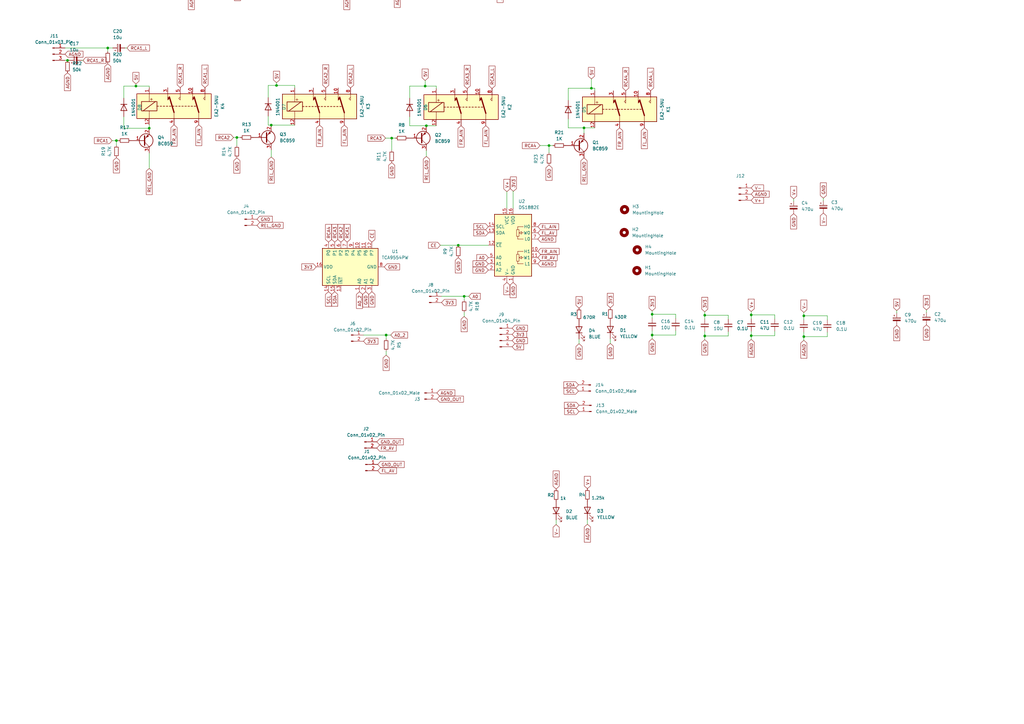
<source format=kicad_sch>
(kicad_sch (version 20231120) (generator "eeschema") (generator_version "8.0")
  (paper "A3")
  (junction (at 267.462 128.905))
  (junction (at 142.24 -8.509))
  (junction (at 111.252 51.308))
  (junction (at 174.879 51.562))
  (junction (at 224.917 -16.51))
  (junction (at 267.462 137.414))
  (junction (at 55.753 35.306))
  (junction (at 187.96 100.584))
  (junction (at 289.052 129.286))
  (junction (at 225.171 59.69))
  (junction (at 113.411 35.052))
  (junction (at 289.052 137.795))
  (junction (at 329.692 138.049))
  (junction (at 205.105 -11.43))
  (junction (at 160.655 56.642))
  (junction (at 61.214 52.578))
  (junction (at 308.102 129.159))
  (junction (at 97.155 56.388))
  (junction (at 47.752 57.658))
  (junction (at 27.686 24.765))
  (junction (at 190.373 121.539))
  (junction (at 78.486 -8.509))
  (junction (at 242.57 36.195))
  (junction (at 308.102 137.668))
  (junction (at 97.409 -13.589))
  (junction (at 239.522 52.451))
  (junction (at 329.692 129.54))
  (junction (at 162.941 -13.462))
  (junction (at 158.369 137.414))
  (junction (at 174.371 35.306))
  (junction (at 44.196 19.685))
  (wire (pts (xy 329.692 138.049) (xy 339.344 138.049)))
  (wire (pts (xy 206.629 -11.43) (xy 205.105 -11.43)))
  (wire (pts (xy 113.411 33.909) (xy 113.411 35.052)))
  (wire (pts (xy 174.879 61.722) (xy 174.879 64.135)))
  (wire (pts (xy 289.052 137.795) (xy 298.704 137.795)))
  (wire (pts (xy 308.102 137.668) (xy 317.754 137.668)))
  (wire (pts (xy 50.8 47.879) (xy 50.8 52.578)))
  (wire (pts (xy 225.171 62.611) (xy 225.171 59.69)))
  (wire (pts (xy 27.686 24.765) (xy 26.67 24.765)))
  (wire (pts (xy 317.754 130.81) (xy 317.754 129.159)))
  (wire (pts (xy 160.274 137.414) (xy 158.369 137.414)))
  (wire (pts (xy 47.752 57.658) (xy 48.514 57.658)))
  (wire (pts (xy 61.214 51.181) (xy 61.214 52.578)))
  (wire (pts (xy 325.501 81.534) (xy 325.501 82.55)))
  (wire (pts (xy 158.115 56.642) (xy 160.655 56.642)))
  (wire (pts (xy 367.792 127.381) (xy 367.792 128.397)))
  (wire (pts (xy 267.462 138.938) (xy 267.462 137.414)))
  (wire (pts (xy 240.919 215.011) (xy 240.919 213.106)))
  (wire (pts (xy 329.692 139.573) (xy 329.692 138.049)))
  (wire (pts (xy 317.754 129.159) (xy 308.102 129.159)))
  (wire (pts (xy 160.655 56.642) (xy 162.179 56.642)))
  (wire (pts (xy 379.984 127.127) (xy 379.984 128.143)))
  (wire (pts (xy 50.8 35.306) (xy 55.753 35.306)))
  (wire (pts (xy 111.252 51.308) (xy 109.982 51.308)))
  (wire (pts (xy 190.373 128.143) (xy 190.373 129.794)))
  (wire (pts (xy 144.78 -8.509) (xy 142.24 -8.509)))
  (wire (pts (xy 168.021 35.306) (xy 174.371 35.306)))
  (wire (pts (xy 339.344 138.049) (xy 339.344 136.271)))
  (wire (pts (xy 162.941 -4.318) (xy 162.941 -8.382)))
  (wire (pts (xy 190.373 121.539) (xy 181.102 121.539)))
  (wire (pts (xy 34.036 24.765) (xy 33.528 24.765)))
  (wire (pts (xy 170.561 -13.462) (xy 172.593 -13.462)))
  (wire (pts (xy 77.089 -13.589) (xy 97.409 -13.589)))
  (wire (pts (xy 61.214 35.306) (xy 61.214 35.941)))
  (wire (pts (xy 277.114 128.905) (xy 267.462 128.905)))
  (wire (pts (xy 45.974 57.658) (xy 47.752 57.658)))
  (wire (pts (xy 207.899 78.613) (xy 207.899 85.344)))
  (wire (pts (xy 99.441 -13.589) (xy 97.409 -13.589)))
  (wire (pts (xy 237.49 140.97) (xy 237.49 139.065)))
  (wire (pts (xy 233.934 -16.51) (xy 231.902 -16.51)))
  (wire (pts (xy 243.967 36.195) (xy 243.967 37.211)))
  (wire (pts (xy 226.822 -16.51) (xy 224.917 -16.51)))
  (wire (pts (xy 97.155 59.69) (xy 97.155 56.388)))
  (wire (pts (xy 308.102 127.762) (xy 308.102 129.159)))
  (wire (pts (xy 109.982 35.052) (xy 113.411 35.052)))
  (wire (pts (xy 267.462 128.905) (xy 267.462 130.556)))
  (wire (pts (xy 239.522 52.451) (xy 233.045 52.451)))
  (wire (pts (xy 111.252 61.468) (xy 111.252 64.389)))
  (wire (pts (xy 138.303 -13.462) (xy 162.941 -13.462)))
  (wire (pts (xy 109.982 51.308) (xy 109.982 47.625)))
  (wire (pts (xy 190.373 123.063) (xy 190.373 121.539)))
  (wire (pts (xy 329.692 128.143) (xy 329.692 129.54)))
  (wire (pts (xy 308.102 129.159) (xy 308.102 130.81)))
  (wire (pts (xy 61.214 52.578) (xy 50.8 52.578)))
  (wire (pts (xy 228.092 215.138) (xy 228.092 213.233)))
  (wire (pts (xy 158.369 144.018) (xy 158.369 145.669)))
  (wire (pts (xy 174.371 33.02) (xy 174.371 35.306)))
  (wire (pts (xy 158.369 137.414) (xy 149.098 137.414)))
  (wire (pts (xy 78.486 -8.509) (xy 77.089 -8.509)))
  (wire (pts (xy 120.904 35.052) (xy 120.904 36.068)))
  (wire (pts (xy 233.045 36.195) (xy 242.57 36.195)))
  (wire (pts (xy 329.692 138.049) (xy 329.692 136.271)))
  (wire (pts (xy 95.758 56.388) (xy 97.155 56.388)))
  (wire (pts (xy 120.904 51.308) (xy 111.252 51.308)))
  (wire (pts (xy 109.982 40.005) (xy 109.982 35.052)))
  (wire (pts (xy 178.943 51.562) (xy 174.879 51.562)))
  (wire (pts (xy 142.24 -8.509) (xy 138.303 -8.509)))
  (wire (pts (xy 97.155 56.388) (xy 98.552 56.388)))
  (wire (pts (xy 160.655 61.595) (xy 160.655 56.642)))
  (wire (pts (xy 180.594 100.584) (xy 187.96 100.584)))
  (wire (pts (xy 212.725 -11.43) (xy 211.709 -11.43)))
  (wire (pts (xy 50.8 40.259) (xy 50.8 35.306)))
  (wire (pts (xy 113.411 35.052) (xy 120.904 35.052)))
  (wire (pts (xy 267.462 127.508) (xy 267.462 128.905)))
  (wire (pts (xy 174.879 51.562) (xy 168.021 51.562)))
  (wire (pts (xy 242.57 32.385) (xy 242.57 36.195)))
  (wire (pts (xy 289.052 137.795) (xy 289.052 136.017)))
  (wire (pts (xy 339.344 131.191) (xy 339.344 129.54)))
  (wire (pts (xy 46.228 19.685) (xy 44.196 19.685)))
  (wire (pts (xy 267.462 137.414) (xy 277.114 137.414)))
  (wire (pts (xy 221.488 59.69) (xy 225.171 59.69)))
  (wire (pts (xy 165.481 -13.462) (xy 162.941 -13.462)))
  (wire (pts (xy 242.57 36.195) (xy 243.967 36.195)))
  (wire (pts (xy 105.918 -13.589) (xy 104.521 -13.589)))
  (wire (pts (xy 97.409 -13.589) (xy 97.409 -12.192)))
  (wire (pts (xy 298.704 129.286) (xy 289.052 129.286)))
  (wire (pts (xy 225.171 59.69) (xy 226.822 59.69)))
  (wire (pts (xy 26.67 19.685) (xy 44.196 19.685)))
  (wire (pts (xy 308.102 139.192) (xy 308.102 137.668)))
  (wire (pts (xy 329.692 129.54) (xy 329.692 131.191)))
  (wire (pts (xy 61.214 62.738) (xy 61.214 69.088)))
  (wire (pts (xy 224.917 -10.287) (xy 224.917 -11.176)))
  (wire (pts (xy 47.752 59.563) (xy 47.752 57.658)))
  (wire (pts (xy 168.021 47.879) (xy 168.021 51.562)))
  (wire (pts (xy 52.07 19.685) (xy 51.308 19.685)))
  (wire (pts (xy 289.052 127.889) (xy 289.052 129.286)))
  (wire (pts (xy 224.917 -16.51) (xy 203.835 -16.51)))
  (wire (pts (xy 243.967 52.451) (xy 239.522 52.451)))
  (wire (pts (xy 317.754 137.668) (xy 317.754 135.89)))
  (wire (pts (xy 44.196 21.082) (xy 44.196 19.685)))
  (wire (pts (xy 308.102 137.668) (xy 308.102 135.89)))
  (wire (pts (xy 174.371 35.306) (xy 178.943 35.306)))
  (wire (pts (xy 277.114 137.414) (xy 277.114 135.636)))
  (wire (pts (xy 210.566 78.486) (xy 210.439 78.486)))
  (wire (pts (xy 267.462 137.414) (xy 267.462 135.636)))
  (wire (pts (xy 233.045 52.451) (xy 233.045 48.768)))
  (wire (pts (xy 289.052 139.319) (xy 289.052 137.795)))
  (wire (pts (xy 192.278 121.539) (xy 190.373 121.539)))
  (wire (pts (xy 28.448 24.765) (xy 27.686 24.765)))
  (wire (pts (xy 86.868 -8.509) (xy 86.106 -8.509)))
  (wire (pts (xy 298.704 130.937) (xy 298.704 129.286)))
  (wire (pts (xy 81.026 -8.509) (xy 78.486 -8.509)))
  (wire (pts (xy 250.317 140.843) (xy 250.317 138.938)))
  (wire (pts (xy 233.045 41.148) (xy 233.045 36.195)))
  (wire (pts (xy 205.105 -11.43) (xy 203.835 -11.43)))
  (wire (pts (xy 339.344 129.54) (xy 329.692 129.54)))
  (wire (pts (xy 55.753 35.306) (xy 61.214 35.306)))
  (wire (pts (xy 239.522 54.61) (xy 239.522 52.451)))
  (wire (pts (xy 55.753 34.417) (xy 55.753 35.306)))
  (wire (pts (xy 138.303 -8.509) (xy 138.303 -8.382)))
  (wire (pts (xy 187.96 100.584) (xy 200.279 100.584)))
  (wire (pts (xy 289.052 129.286) (xy 289.052 130.937)))
  (wire (pts (xy 298.704 137.795) (xy 298.704 136.017)))
  (wire (pts (xy 168.021 40.259) (xy 168.021 35.306)))
  (wire (pts (xy 224.917 -16.256) (xy 224.917 -16.51)))
  (wire (pts (xy 337.693 81.28) (xy 337.693 82.296)))
  (wire (pts (xy 178.943 35.306) (xy 178.943 36.322)))
  (wire (pts (xy 158.369 138.938) (xy 158.369 137.414)))
  (wire (pts (xy 277.114 130.556) (xy 277.114 128.905)))
  (wire (pts (xy 210.439 78.486) (xy 210.439 85.344)))
  (global_label "RCA1" (shape input) (at 45.974 57.658 180) (property "Intersheetrefs" "${INTERSHEET_REFS}" (effects (hide yes))))
  (global_label "3V3" (shape input) (at 379.984 127.127 90) (property "Intersheetrefs" "${INTERSHEET_REFS}" (effects (hide yes))))
  (global_label "RCA3" (shape input) (at 158.115 56.642 180) (property "Intersheetrefs" "${INTERSHEET_REFS}" (effects (hide yes))))
  (global_label "AGND" (shape input) (at 27.686 29.845 270) (property "Intersheetrefs" "${INTERSHEET_REFS}" (effects (hide yes))))
  (global_label "AGND" (shape input) (at 308.102 79.629 0) (property "Intersheetrefs" "${INTERSHEET_REFS}" (effects (hide yes))))
  (global_label "RCA4_L" (shape input) (at 266.827 37.211 90) (property "Intersheetrefs" "${INTERSHEET_REFS}" (effects (hide yes))))
  (global_label "5V" (shape input) (at 55.753 34.417 90) (property "Intersheetrefs" "${INTERSHEET_REFS}" (effects (hide yes))))
  (global_label "GND" (shape input) (at 367.792 133.477 270) (property "Intersheetrefs" "${INTERSHEET_REFS}" (effects (hide yes))))
  (global_label "GND" (shape input) (at 250.317 140.843 270) (property "Intersheetrefs" "${INTERSHEET_REFS}" (effects (hide yes))))
  (global_label "REL_GND" (shape input) (at 239.522 64.77 270) (property "Intersheetrefs" "${INTERSHEET_REFS}" (effects (hide yes))))
  (global_label "5V" (shape input) (at 210.058 142.24 0) (property "Intersheetrefs" "${INTERSHEET_REFS}" (effects (hide yes))))
  (global_label "V+" (shape input) (at 207.899 78.613 90) (property "Intersheetrefs" "${INTERSHEET_REFS}" (effects (hide yes))))
  (global_label "RCA2_L" (shape input) (at 143.764 36.068 90) (property "Intersheetrefs" "${INTERSHEET_REFS}" (effects (hide yes))))
  (global_label "RCA4_R" (shape input) (at 256.667 37.211 90) (property "Intersheetrefs" "${INTERSHEET_REFS}" (effects (hide yes))))
  (global_label "GND" (shape input) (at 379.984 133.223 270) (property "Intersheetrefs" "${INTERSHEET_REFS}" (effects (hide yes))))
  (global_label "FL_AIN" (shape input) (at 141.224 51.308 270) (property "Intersheetrefs" "${INTERSHEET_REFS}" (effects (hide yes))))
  (global_label "RCA2_L" (shape input) (at 105.918 -13.589 0) (property "Intersheetrefs" "${INTERSHEET_REFS}" (effects (hide yes))))
  (global_label "3V3" (shape input) (at 210.566 78.486 90) (property "Intersheetrefs" "${INTERSHEET_REFS}" (effects (hide yes))))
  (global_label "FR_AV" (shape input) (at 154.559 183.769 0) (property "Intersheetrefs" "${INTERSHEET_REFS}" (effects (hide yes))))
  (global_label "3V3" (shape input) (at 250.317 126.238 90) (property "Intersheetrefs" "${INTERSHEET_REFS}" (effects (hide yes))))
  (global_label "RCA3_R" (shape input) (at 149.86 -8.509 0) (property "Intersheetrefs" "${INTERSHEET_REFS}" (effects (hide yes))))
  (global_label "GND" (shape input) (at 210.058 134.62 0) (property "Intersheetrefs" "${INTERSHEET_REFS}" (effects (hide yes))))
  (global_label "RCA3_L" (shape input) (at 172.593 -13.462 0) (property "Intersheetrefs" "${INTERSHEET_REFS}" (effects (hide yes))))
  (global_label "GND" (shape input) (at 158.369 145.669 270) (property "Intersheetrefs" "${INTERSHEET_REFS}" (effects (hide yes))))
  (global_label "3V3" (shape input) (at 129.667 109.474 180) (property "Intersheetrefs" "${INTERSHEET_REFS}" (effects (hide yes))))
  (global_label "V+" (shape input) (at 325.501 81.534 90) (property "Intersheetrefs" "${INTERSHEET_REFS}" (effects (hide yes))))
  (global_label "GND" (shape input) (at 105.41 89.916 0) (property "Intersheetrefs" "${INTERSHEET_REFS}" (effects (hide yes))))
  (global_label "SCL" (shape input) (at 200.279 92.964 180) (property "Intersheetrefs" "${INTERSHEET_REFS}" (effects (hide yes))))
  (global_label "FR_AIN" (shape input) (at 220.599 103.124 0) (property "Intersheetrefs" "${INTERSHEET_REFS}" (effects (hide yes))))
  (global_label "AGND" (shape input) (at 78.486 -3.429 270) (property "Intersheetrefs" "${INTERSHEET_REFS}" (effects (hide yes))))
  (global_label "RCA1" (shape input) (at 142.367 99.314 90) (property "Intersheetrefs" "${INTERSHEET_REFS}" (effects (hide yes))))
  (global_label "5V" (shape input) (at 113.411 33.909 90) (property "Intersheetrefs" "${INTERSHEET_REFS}" (effects (hide yes))))
  (global_label "V-" (shape input) (at 337.693 87.376 270) (property "Intersheetrefs" "${INTERSHEET_REFS}" (effects (hide yes))))
  (global_label "AGND" (shape input) (at 44.196 26.162 270) (property "Intersheetrefs" "${INTERSHEET_REFS}" (effects (hide yes))))
  (global_label "GND" (shape input) (at 325.501 87.63 270) (property "Intersheetrefs" "${INTERSHEET_REFS}" (effects (hide yes))))
  (global_label "RCA1_R" (shape input) (at 73.914 35.941 90) (property "Intersheetrefs" "${INTERSHEET_REFS}" (effects (hide yes))))
  (global_label "V+" (shape input) (at 240.919 200.406 90) (property "Intersheetrefs" "${INTERSHEET_REFS}" (effects (hide yes))))
  (global_label "GND" (shape input) (at 187.96 105.664 270) (property "Intersheetrefs" "${INTERSHEET_REFS}" (effects (hide yes))))
  (global_label "5V" (shape input) (at 367.792 127.381 90) (property "Intersheetrefs" "${INTERSHEET_REFS}" (effects (hide yes))))
  (global_label "V+" (shape input) (at 308.102 82.169 0) (property "Intersheetrefs" "${INTERSHEET_REFS}" (effects (hide yes))))
  (global_label "RCA2_R" (shape input) (at 133.604 36.068 90) (property "Intersheetrefs" "${INTERSHEET_REFS}" (effects (hide yes))))
  (global_label "SCL" (shape input) (at 237.236 160.401 180) (property "Intersheetrefs" "${INTERSHEET_REFS}" (effects (hide yes))))
  (global_label "FL_AIN" (shape input) (at 220.599 92.964 0) (property "Intersheetrefs" "${INTERSHEET_REFS}" (effects (hide yes))))
  (global_label "AGND" (shape input) (at 179.197 161.163 0) (property "Intersheetrefs" "${INTERSHEET_REFS}" (effects (hide yes))))
  (global_label "RCA4_R" (shape input) (at 212.725 -11.43 0) (property "Intersheetrefs" "${INTERSHEET_REFS}" (effects (hide yes))))
  (global_label "AGND" (shape input) (at 142.24 -3.429 270) (property "Intersheetrefs" "${INTERSHEET_REFS}" (effects (hide yes))))
  (global_label "RCA3_R" (shape input) (at 191.643 36.322 90) (property "Intersheetrefs" "${INTERSHEET_REFS}" (effects (hide yes))))
  (global_label "AGND" (shape input) (at 26.67 22.225 0) (property "Intersheetrefs" "${INTERSHEET_REFS}" (effects (hide yes))))
  (global_label "AGND" (shape input) (at 308.102 139.192 270) (property "Intersheetrefs" "${INTERSHEET_REFS}" (effects (hide yes))))
  (global_label "A0_2" (shape input) (at 160.274 137.414 0) (property "Intersheetrefs" "${INTERSHEET_REFS}" (effects (hide yes))))
  (global_label "SDA" (shape input) (at 137.287 119.634 270) (property "Intersheetrefs" "${INTERSHEET_REFS}" (effects (hide yes))))
  (global_label "GND" (shape input) (at 152.527 119.634 270) (property "Intersheetrefs" "${INTERSHEET_REFS}" (effects (hide yes))))
  (global_label "GND_OUT" (shape input) (at 154.94 190.5 0) (property "Intersheetrefs" "${INTERSHEET_REFS}" (effects (hide yes))))
  (global_label "FR_AV" (shape input) (at 220.599 105.664 0) (property "Intersheetrefs" "${INTERSHEET_REFS}" (effects (hide yes))))
  (global_label "RCA4_L" (shape input) (at 233.934 -16.51 0) (property "Intersheetrefs" "${INTERSHEET_REFS}" (effects (hide yes))))
  (global_label "RCA1_R" (shape input) (at 34.036 24.765 0) (property "Intersheetrefs" "${INTERSHEET_REFS}" (effects (hide yes))))
  (global_label "FL_AIN" (shape input) (at 199.263 51.562 270) (property "Intersheetrefs" "${INTERSHEET_REFS}" (effects (hide yes))))
  (global_label "AGND" (shape input) (at 329.692 139.573 270) (property "Intersheetrefs" "${INTERSHEET_REFS}" (effects (hide yes))))
  (global_label "GND" (shape input) (at 149.987 119.634 270) (property "Intersheetrefs" "${INTERSHEET_REFS}" (effects (hide yes))))
  (global_label "5V" (shape input) (at 174.371 33.02 90) (property "Intersheetrefs" "${INTERSHEET_REFS}" (effects (hide yes))))
  (global_label "3V3" (shape input) (at 267.462 127.508 90) (property "Intersheetrefs" "${INTERSHEET_REFS}" (effects (hide yes))))
  (global_label "SCL" (shape input) (at 134.747 119.634 270) (property "Intersheetrefs" "${INTERSHEET_REFS}" (effects (hide yes))))
  (global_label "GND" (shape input) (at 160.655 66.675 270) (property "Intersheetrefs" "${INTERSHEET_REFS}" (effects (hide yes))))
  (global_label "AGND" (shape input) (at 203.835 -13.97 0) (property "Intersheetrefs" "${INTERSHEET_REFS}" (effects (hide yes))))
  (global_label "FL_AV" (shape input) (at 154.94 193.04 0) (property "Intersheetrefs" "${INTERSHEET_REFS}" (effects (hide yes))))
  (global_label "RCA2" (shape input) (at 139.827 99.314 90) (property "Intersheetrefs" "${INTERSHEET_REFS}" (effects (hide yes))))
  (global_label "AGND" (shape input) (at 224.917 -10.287 270) (property "Intersheetrefs" "${INTERSHEET_REFS}" (effects (hide yes))))
  (global_label "REL_GND" (shape input) (at 174.879 64.135 270) (property "Intersheetrefs" "${INTERSHEET_REFS}" (effects (hide yes))))
  (global_label "A0_2" (shape input) (at 147.447 119.634 270) (property "Intersheetrefs" "${INTERSHEET_REFS}" (effects (hide yes))))
  (global_label "RCA1_L" (shape input) (at 52.07 19.685 0) (property "Intersheetrefs" "${INTERSHEET_REFS}" (effects (hide yes))))
  (global_label "FL_AIN" (shape input) (at 81.534 51.181 270) (property "Intersheetrefs" "${INTERSHEET_REFS}" (effects (hide yes))))
  (global_label "GND" (shape input) (at 157.607 109.474 0) (property "Intersheetrefs" "${INTERSHEET_REFS}" (effects (hide yes))))
  (global_label "RCA1_L" (shape input) (at 84.074 35.941 90) (property "Intersheetrefs" "${INTERSHEET_REFS}" (effects (hide yes))))
  (global_label "AGND" (shape input) (at 77.089 -11.049 0) (property "Intersheetrefs" "${INTERSHEET_REFS}" (effects (hide yes))))
  (global_label "SDA" (shape input) (at 237.236 157.861 180) (property "Intersheetrefs" "${INTERSHEET_REFS}" (effects (hide yes))))
  (global_label "GND" (shape input) (at 225.171 67.691 270) (property "Intersheetrefs" "${INTERSHEET_REFS}" (effects (hide yes))))
  (global_label "AGND" (shape input) (at 220.599 108.204 0) (property "Intersheetrefs" "${INTERSHEET_REFS}" (effects (hide yes))))
  (global_label "GND_OUT" (shape input) (at 154.559 181.229 0) (property "Intersheetrefs" "${INTERSHEET_REFS}" (effects (hide yes))))
  (global_label "5V" (shape input) (at 237.49 126.365 90) (property "Intersheetrefs" "${INTERSHEET_REFS}" (effects (hide yes))))
  (global_label "AGND" (shape input) (at 205.105 -6.35 270) (property "Intersheetrefs" "${INTERSHEET_REFS}" (effects (hide yes))))
  (global_label "CE" (shape input) (at 152.527 99.314 90) (property "Intersheetrefs" "${INTERSHEET_REFS}" (effects (hide yes))))
  (global_label "V-" (shape input) (at 329.692 128.143 90) (property "Intersheetrefs" "${INTERSHEET_REFS}" (effects (hide yes))))
  (global_label "V+" (shape input) (at 308.102 127.762 90) (property "Intersheetrefs" "${INTERSHEET_REFS}" (effects (hide yes))))
  (global_label "GND" (shape input) (at 267.462 138.938 270) (property "Intersheetrefs" "${INTERSHEET_REFS}" (effects (hide yes))))
  (global_label "RCA3_L" (shape input) (at 201.803 36.322 90) (property "Intersheetrefs" "${INTERSHEET_REFS}" (effects (hide yes))))
  (global_label "A0" (shape input) (at 200.279 105.664 180) (property "Intersheetrefs" "${INTERSHEET_REFS}" (effects (hide yes))))
  (global_label "GND" (shape input) (at 210.439 115.824 270) (property "Intersheetrefs" "${INTERSHEET_REFS}" (effects (hide yes))))
  (global_label "FR_AIN" (shape input) (at 71.374 51.181 270) (property "Intersheetrefs" "${INTERSHEET_REFS}" (effects (hide yes))))
  (global_label "GND" (shape input) (at 200.279 110.744 180) (property "Intersheetrefs" "${INTERSHEET_REFS}" (effects (hide yes))))
  (global_label "AGND" (shape input) (at 97.409 -7.112 270) (property "Intersheetrefs" "${INTERSHEET_REFS}" (effects (hide yes))))
  (global_label "FR_AIN" (shape input) (at 254.127 52.451 270) (property "Intersheetrefs" "${INTERSHEET_REFS}" (effects (hide yes))))
  (global_label "REL_GND" (shape input) (at 61.214 69.088 270) (property "Intersheetrefs" "${INTERSHEET_REFS}" (effects (hide yes))))
  (global_label "GND" (shape input) (at 337.693 81.28 90) (property "Intersheetrefs" "${INTERSHEET_REFS}" (effects (hide yes))))
  (global_label "GND" (shape input) (at 47.752 64.643 270) (property "Intersheetrefs" "${INTERSHEET_REFS}" (effects (hide yes))))
  (global_label "GND" (shape input) (at 289.052 139.319 270) (property "Intersheetrefs" "${INTERSHEET_REFS}" (effects (hide yes))))
  (global_label "FR_AIN" (shape input) (at 189.103 51.562 270) (property "Intersheetrefs" "${INTERSHEET_REFS}" (effects (hide yes))))
  (global_label "RCA2_R" (shape input) (at 86.868 -8.509 0) (property "Intersheetrefs" "${INTERSHEET_REFS}" (effects (hide yes))))
  (global_label "FR_AIN" (shape input) (at 131.064 51.308 270) (property "Intersheetrefs" "${INTERSHEET_REFS}" (effects (hide yes))))
  (global_label "REL_GND" (shape input) (at 111.252 64.389 270) (property "Intersheetrefs" "${INTERSHEET_REFS}" (effects (hide yes))))
  (global_label "GND" (shape input) (at 190.373 129.794 270) (property "Intersheetrefs" "${INTERSHEET_REFS}" (effects (hide yes))))
  (global_label "AGND" (shape input) (at 162.941 -4.318 270) (property "Intersheetrefs" "${INTERSHEET_REFS}" (effects (hide yes))))
  (global_label "FL_AIN" (shape input) (at 264.287 52.451 270) (property "Intersheetrefs" "${INTERSHEET_REFS}" (effects (hide yes))))
  (global_label "GND" (shape input) (at 237.49 140.97 270) (property "Intersheetrefs" "${INTERSHEET_REFS}" (effects (hide yes))))
  (global_label "SCL" (shape input) (at 237.49 168.783 180) (property "Intersheetrefs" "${INTERSHEET_REFS}" (effects (hide yes))))
  (global_label "3V3" (shape input) (at 149.098 139.954 0) (property "Intersheetrefs" "${INTERSHEET_REFS}" (effects (hide yes))))
  (global_label "SDA" (shape input) (at 237.49 166.243 180) (property "Intersheetrefs" "${INTERSHEET_REFS}" (effects (hide yes))))
  (global_label "A0" (shape input) (at 192.278 121.539 0) (property "Intersheetrefs" "${INTERSHEET_REFS}" (effects (hide yes))))
  (global_label "3V3" (shape input) (at 289.052 127.889 90) (property "Intersheetrefs" "${INTERSHEET_REFS}" (effects (hide yes))))
  (global_label "RCA4" (shape input) (at 221.488 59.69 180) (property "Intersheetrefs" "${INTERSHEET_REFS}" (effects (hide yes))))
  (global_label "RCA4" (shape input) (at 134.747 99.314 90) (property "Intersheetrefs" "${INTERSHEET_REFS}" (effects (hide yes))))
  (global_label "FL_AV" (shape input) (at 220.599 95.504 0) (property "Intersheetrefs" "${INTERSHEET_REFS}" (effects (hide yes))))
  (global_label "AGND" (shape input) (at 240.919 215.011 270) (property "Intersheetrefs" "${INTERSHEET_REFS}" (effects (hide yes))))
  (global_label "GND" (shape input) (at 210.058 139.7 0) (property "Intersheetrefs" "${INTERSHEET_REFS}" (effects (hide yes))))
  (global_label "AGND" (shape input) (at 138.303 -10.922 0) (property "Intersheetrefs" "${INTERSHEET_REFS}" (effects (hide yes))))
  (global_label "RCA2" (shape input) (at 95.758 56.388 180) (property "Intersheetrefs" "${INTERSHEET_REFS}" (effects (hide yes))))
  (global_label "V-" (shape input) (at 228.092 215.138 270) (property "Intersheetrefs" "${INTERSHEET_REFS}" (effects (hide yes))))
  (global_label "GND" (shape input) (at 200.279 108.204 180) (property "Intersheetrefs" "${INTERSHEET_REFS}" (effects (hide yes))))
  (global_label "3V3" (shape input) (at 181.102 124.079 0) (property "Intersheetrefs" "${INTERSHEET_REFS}" (effects (hide yes))))
  (global_label "3V3" (shape input) (at 210.058 137.16 0) (property "Intersheetrefs" "${INTERSHEET_REFS}" (effects (hide yes))))
  (global_label "V-" (shape input) (at 207.899 115.824 270) (property "Intersheetrefs" "${INTERSHEET_REFS}" (effects (hide yes))))
  (global_label "RCA3" (shape input) (at 137.287 99.314 90) (property "Intersheetrefs" "${INTERSHEET_REFS}" (effects (hide yes))))
  (global_label "5V" (shape input) (at 242.57 32.385 90) (property "Intersheetrefs" "${INTERSHEET_REFS}" (effects (hide yes))))
  (global_label "SDA" (shape input) (at 200.279 95.504 180) (property "Intersheetrefs" "${INTERSHEET_REFS}" (effects (hide yes))))
  (global_label "AGND" (shape input) (at 220.599 98.044 0) (property "Intersheetrefs" "${INTERSHEET_REFS}" (effects (hide yes))))
  (global_label "V-" (shape input) (at 308.102 77.089 0) (property "Intersheetrefs" "${INTERSHEET_REFS}" (effects (hide yes))))
  (global_label "GND_OUT" (shape input) (at 179.197 163.703 0) (property "Intersheetrefs" "${INTERSHEET_REFS}" (effects (hide yes))))
  (global_label "AGND" (shape input) (at 228.092 200.533 90) (property "Intersheetrefs" "${INTERSHEET_REFS}" (effects (hide yes))))
  (global_label "REL_GND" (shape input) (at 105.41 92.456 0) (property "Intersheetrefs" "${INTERSHEET_REFS}" (effects (hide yes))))
  (global_label "GND" (shape input) (at 97.155 64.77 270) (property "Intersheetrefs" "${INTERSHEET_REFS}" (effects (hide yes))))
  (global_label "CE" (shape input) (at 180.594 100.584 180) (property "Intersheetrefs" "${INTERSHEET_REFS}" (effects (hide yes))))
  (symbol (lib_id "Device:C_Polarized_Small") (at 168.021 -13.462 90) (unit 1)
    (property "Reference" "C6" (at 167.4749 -20.32 90))
    (property "Value" "10u" (at 167.4749 -17.78 90))
    (property "Footprint" "Capacitor_THT:CP_Radial_D5.0mm_P2.00mm" (effects (hide yes)))
  )
  (symbol (lib_id "Connector:Conn_01x02_Male") (at 242.316 160.401 180) (unit 1)
    (property "Reference" "J14" (at 244.094 157.8609 0) (effects (justify right)))
    (property "Value" "Conn_01x02_Male" (at 244.094 160.4009 0) (effects (justify right)))
    (property "Footprint" "Connector_JST:JST_PH_B2B-PH-K_1x02_P2.00mm_Vertical" (effects (hide yes)))
  )
  (symbol (lib_id "Relay:EC2-5NU") (at 189.103 43.942 0) (unit 1)
    (property "Reference" "K2" (at 209.042 43.942 90))
    (property "Value" "EA2-5NU" (at 206.502 43.942 90))
    (property "Footprint" "Components:KEMET EA2" (effects (hide yes)))
    (property "Datasheet" "https://content.kemet.com/datasheets/KEM_R7002_EC2_EE2.pdf" (effects (hide yes)))
  )
  (symbol (lib_id "Connector:Conn_01x02_Male") (at 174.117 161.163 0) (unit 1)
    (property "Reference" "J3" (at 172.339 163.7031 0) (effects (justify right)))
    (property "Value" "Conn_01x02_Male" (at 172.339 161.1631 0) (effects (justify right)))
    (property "Footprint" "Connector_PinHeader_2.54mm:PinHeader_1x02_P2.54mm_Vertical" (effects (hide yes)))
  )
  (symbol (lib_id "Device:R_Small") (at 142.24 -5.969 180) (unit 1)
    (property "Reference" "R10" (at 144.272 -7.239 0) (effects (justify right)))
    (property "Value" "50k" (at 144.272 -4.699 0) (effects (justify right)))
    (property "Footprint" "Resistor_SMD:R_0603_1608Metric_Pad0.98x0.95mm_HandSolder" (effects (hide yes)))
  )
  (symbol (lib_id "Device:R_Small") (at 47.752 62.103 180) (unit 1)
    (property "Reference" "R19" (at 42.418 62.103 90))
    (property "Value" "4.7K" (at 44.958 62.103 90))
    (property "Footprint" "Resistor_SMD:R_0603_1608Metric_Pad0.98x0.95mm_HandSolder" (effects (hide yes)))
  )
  (symbol (lib_id "Connector:Conn_01x02_Pin") (at 144.018 137.414 0) (unit 1)
    (property "Reference" "J6" (at 144.653 132.715 0))
    (property "Value" "Conn_01x02_Pin" (at 144.653 135.255 0))
    (property "Footprint" "Connector_PinHeader_2.54mm:PinHeader_1x02_P2.54mm_Vertical" (effects (hide yes)))
  )
  (symbol (lib_id "Transistor_BJT:BC859") (at 58.674 57.658 0) (mirror x) (unit 1)
    (property "Reference" "Q4" (at 64.643 56.388 0) (effects (justify left)))
    (property "Value" "BC859" (at 64.643 58.928 0) (effects (justify left)))
    (property "Footprint" "Package_TO_SOT_SMD:SOT-23" (effects (hide yes)))
    (property "Datasheet" "http://www.infineon.com/dgdl/Infineon-BC857SERIES_BC858SERIES_BC859SERIES_BC860SERIES-DS-v01_01-en.pdf?fileId=db3a304314dca389011541da0e3a1661" (effects (hide yes)))
  )
  (symbol (lib_id "Device:R_Small") (at 97.155 62.23 180) (unit 1)
    (property "Reference" "R14" (at 91.821 62.23 90))
    (property "Value" "4.7K" (at 94.361 62.23 90))
    (property "Footprint" "Resistor_SMD:R_0603_1608Metric_Pad0.98x0.95mm_HandSolder" (effects (hide yes)))
  )
  (symbol (lib_id "Connector:Conn_01x03_Pin") (at 21.59 22.225 0) (unit 1)
    (property "Reference" "J11" (at 22.225 14.732 0))
    (property "Value" "Conn_01x03_Pin" (at 22.225 17.272 0))
    (property "Footprint" "Connector_JST:JST_PH_B3B-PH-K_1x03_P2.00mm_Vertical" (effects (hide yes)))
  )
  (symbol (lib_id "Device:C_Polarized_Small") (at 147.32 -8.509 90) (unit 1)
    (property "Reference" "C10" (at 146.7739 -15.367 90))
    (property "Value" "10u" (at 146.7739 -12.827 90))
    (property "Footprint" "Capacitor_THT:CP_Radial_D5.0mm_P2.00mm" (effects (hide yes)))
  )
  (symbol (lib_id "Transistor_BJT:BC859") (at 236.982 59.69 0) (mirror x) (unit 1)
    (property "Reference" "Q1" (at 242.951 58.42 0) (effects (justify left)))
    (property "Value" "BC859" (at 242.951 60.96 0) (effects (justify left)))
    (property "Footprint" "Package_TO_SOT_SMD:SOT-23" (effects (hide yes)))
    (property "Datasheet" "http://www.infineon.com/dgdl/Infineon-BC857SERIES_BC858SERIES_BC859SERIES_BC860SERIES-DS-v01_01-en.pdf?fileId=db3a304314dca389011541da0e3a1661" (effects (hide yes)))
  )
  (symbol (lib_id "Relay:EC2-5NU") (at 254.127 44.831 0) (unit 1)
    (property "Reference" "K1" (at 274.066 44.831 90))
    (property "Value" "EA2-5NU" (at 271.526 44.831 90))
    (property "Footprint" "Components:KEMET EA2" (effects (hide yes)))
    (property "Datasheet" "https://content.kemet.com/datasheets/KEM_R7002_EC2_EE2.pdf" (effects (hide yes)))
  )
  (symbol (lib_id "Device:LED") (at 237.49 135.255 90) (unit 1)
    (property "Reference" "D4" (at 241.427 135.5724 90) (effects (justify right)))
    (property "Value" "BLUE" (at 241.427 138.1124 90) (effects (justify right)))
    (property "Footprint" "LED_SMD:LED_0805_2012Metric_Pad1.15x1.40mm_HandSolder" (effects (hide yes)))
  )
  (symbol (lib_id "Diode:1N4001") (at 109.982 43.815 270) (unit 1)
    (property "Reference" "D7" (at 116.459 43.815 0))
    (property "Value" "1N4001" (at 113.919 43.815 0))
    (property "Footprint" "Diode_SMD:D_SMA" (effects (hide yes)))
    (property "Datasheet" "http://www.vishay.com/docs/88503/1n4001.pdf" (effects (hide yes)))
    (property "Sim.Device" "D" (effects (hide yes)))
    (property "Sim.Pins" "1=K 2=A" (effects (hide yes)))
  )
  (symbol (lib_id "Device:C_Small") (at 317.754 133.35 0) (unit 1)
    (property "Reference" "C12" (at 321.31 132.0862 0) (effects (justify left)))
    (property "Value" "0.1U" (at 321.31 134.6262 0) (effects (justify left)))
    (property "Footprint" "Capacitor_SMD:C_0805_2012Metric_Pad1.18x1.45mm_HandSolder" (effects (hide yes)))
  )
  (symbol (lib_id "Device:R_Small") (at 225.171 65.151 180) (unit 1)
    (property "Reference" "R23" (at 219.837 65.151 90))
    (property "Value" "4.7K" (at 222.377 65.151 90))
    (property "Footprint" "Resistor_SMD:R_0603_1608Metric_Pad0.98x0.95mm_HandSolder" (effects (hide yes)))
  )
  (symbol (lib_id "Interface_Expansion:TCA9554PW") (at 142.367 109.474 90) (unit 1)
    (property "Reference" "U1" (at 162.052 103.124 90))
    (property "Value" "TCA9554PW" (at 162.052 105.664 90))
    (property "Footprint" "Package_SO:TSSOP-16_4.4x5mm_P0.65mm" (effects (hide yes)))
    (property "Datasheet" "http://www.ti.com/lit/ds/symlink/tca9554.pdf" (effects (hide yes)))
  )
  (symbol (lib_id "Device:C_Small") (at 339.344 133.731 0) (unit 1)
    (property "Reference" "C18" (at 342.9 132.4672 0) (effects (justify left)))
    (property "Value" "0.1U" (at 342.9 135.0072 0) (effects (justify left)))
    (property "Footprint" "Capacitor_SMD:C_0805_2012Metric_Pad1.18x1.45mm_HandSolder" (effects (hide yes)))
  )
  (symbol (lib_id "Mechanical:MountingHole") (at 261.366 102.489 0) (unit 1)
    (property "Reference" "H4" (at 264.541 101.2189 0) (effects (justify left)))
    (property "Value" "MountingHole" (at 264.541 103.7589 0) (effects (justify left)))
    (property "Footprint" "MountingHole:MountingHole_3.2mm_M3" (effects (hide yes)))
  )
  (symbol (lib_id "Device:R_Small") (at 160.655 64.135 180) (unit 1)
    (property "Reference" "R11" (at 155.321 64.135 90))
    (property "Value" "4.7K" (at 157.861 64.135 90))
    (property "Footprint" "Resistor_SMD:R_0603_1608Metric_Pad0.98x0.95mm_HandSolder" (effects (hide yes)))
  )
  (symbol (lib_id "Device:R_Small") (at 97.409 -9.652 180) (unit 1)
    (property "Reference" "R15" (at 99.441 -10.922 0) (effects (justify right)))
    (property "Value" "50k" (at 99.441 -8.382 0) (effects (justify right)))
    (property "Footprint" "Resistor_SMD:R_0603_1608Metric_Pad0.98x0.95mm_HandSolder" (effects (hide yes)))
  )
  (symbol (lib_id "Device:R_Small") (at 224.917 -13.716 180) (unit 1)
    (property "Reference" "R6" (at 226.949 -14.986 0) (effects (justify right)))
    (property "Value" "50k" (at 226.949 -12.446 0) (effects (justify right)))
    (property "Footprint" "Resistor_SMD:R_0603_1608Metric_Pad0.98x0.95mm_HandSolder" (effects (hide yes)))
  )
  (symbol (lib_id "Device:R_Small") (at 237.49 128.905 0) (unit 1)
    (property "Reference" "R3" (at 233.934 128.905 0) (effects (justify left)))
    (property "Value" "670R" (at 239.141 130.1749 0) (effects (justify left)))
    (property "Footprint" "Resistor_SMD:R_0603_1608Metric_Pad0.98x0.95mm_HandSolder" (effects (hide yes)))
  )
  (symbol (lib_id "Relay:EC2-5NU") (at 131.064 43.688 0) (unit 1)
    (property "Reference" "K3" (at 151.003 43.688 90))
    (property "Value" "EA2-5NU" (at 148.463 43.688 90))
    (property "Footprint" "Components:KEMET EA2" (effects (hide yes)))
    (property "Datasheet" "https://content.kemet.com/datasheets/KEM_R7002_EC2_EE2.pdf" (effects (hide yes)))
  )
  (symbol (lib_id "Connector:Conn_01x02_Male") (at 242.57 168.783 180) (unit 1)
    (property "Reference" "J13" (at 244.348 166.2429 0) (effects (justify right)))
    (property "Value" "Conn_01x02_Male" (at 244.348 168.7829 0) (effects (justify right)))
    (property "Footprint" "Connector_JST:JST_PH_B2B-PH-K_1x02_P2.00mm_Vertical" (effects (hide yes)))
  )
  (symbol (lib_id "Device:R_Small") (at 190.373 125.603 0) (unit 1)
    (property "Reference" "R18" (at 195.707 125.603 90))
    (property "Value" "4.7K" (at 193.167 125.603 90))
    (property "Footprint" "Resistor_SMD:R_0603_1608Metric_Pad0.98x0.95mm_HandSolder" (effects (hide yes)))
  )
  (symbol (lib_id "Mechanical:MountingHole") (at 256.159 85.979 0) (unit 1)
    (property "Reference" "H3" (at 259.334 84.7089 0) (effects (justify left)))
    (property "Value" "MountingHole" (at 259.334 87.2489 0) (effects (justify left)))
    (property "Footprint" "MountingHole:MountingHole_3.2mm_M3" (effects (hide yes)))
  )
  (symbol (lib_id "Connector:Conn_01x02_Pin") (at 149.86 190.5 0) (unit 1)
    (property "Reference" "J1" (at 150.495 185.166 0))
    (property "Value" "Conn_01x02_Pin" (at 150.495 187.706 0))
    (property "Footprint" "Connector_JST:JST_PH_B2B-PH-K_1x02_P2.00mm_Vertical" (effects (hide yes)))
  )
  (symbol (lib_id "Device:R_Small") (at 205.105 -8.89 180) (unit 1)
    (property "Reference" "R7" (at 207.137 -10.16 0) (effects (justify right)))
    (property "Value" "50k" (at 207.137 -7.62 0) (effects (justify right)))
    (property "Footprint" "Resistor_SMD:R_0603_1608Metric_Pad0.98x0.95mm_HandSolder" (effects (hide yes)))
  )
  (symbol (lib_id "Device:C_Polarized_Small") (at 367.792 130.937 0) (unit 1)
    (property "Reference" "C9" (at 370.967 129.1209 0) (effects (justify left)))
    (property "Value" "470u" (at 370.967 131.6609 0) (effects (justify left)))
    (property "Footprint" "Capacitor_THT:CP_Radial_D6.3mm_P2.50mm" (effects (hide yes)))
  )
  (symbol (lib_id "Device:R_Small") (at 162.941 -10.922 180) (unit 1)
    (property "Reference" "R12" (at 164.973 -12.192 0) (effects (justify right)))
    (property "Value" "50k" (at 164.973 -9.652 0) (effects (justify right)))
    (property "Footprint" "Resistor_SMD:R_0603_1608Metric_Pad0.98x0.95mm_HandSolder" (effects (hide yes)))
  )
  (symbol (lib_id "Device:R_Small") (at 187.96 103.124 180) (unit 1)
    (property "Reference" "R9" (at 182.626 103.124 90))
    (property "Value" "4.7K" (at 185.166 103.124 90))
    (property "Footprint" "Resistor_SMD:R_0603_1608Metric_Pad0.98x0.95mm_HandSolder" (effects (hide yes)))
  )
  (symbol (lib_id "Device:R_Small") (at 250.317 128.778 0) (unit 1)
    (property "Reference" "R1" (at 246.761 128.778 0) (effects (justify left)))
    (property "Value" "430R" (at 251.968 130.0479 0) (effects (justify left)))
    (property "Footprint" "Resistor_SMD:R_0603_1608Metric_Pad0.98x0.95mm_HandSolder" (effects (hide yes)))
  )
  (symbol (lib_id "Connector:Conn_01x03_Male") (at 303.022 79.629 0) (unit 1)
    (property "Reference" "J12" (at 303.657 72.136 0))
    (property "Value" "Conn_01x03_Male" (effects (hide yes)))
    (property "Footprint" "Connector_JST:JST_PH_B3B-PH-K_1x03_P2.00mm_Vertical" (effects (hide yes)))
  )
  (symbol (lib_id "Connector:Conn_01x02_Pin") (at 176.022 121.539 0) (unit 1)
    (property "Reference" "J8" (at 176.657 116.84 0))
    (property "Value" "Conn_01x02_Pin" (at 176.657 119.38 0))
    (property "Footprint" "Connector_PinHeader_2.54mm:PinHeader_1x02_P2.54mm_Vertical" (effects (hide yes)))
  )
  (symbol (lib_id "Transistor_BJT:BC859") (at 108.712 56.388 0) (mirror x) (unit 1)
    (property "Reference" "Q3" (at 114.681 55.118 0) (effects (justify left)))
    (property "Value" "BC859" (at 114.681 57.658 0) (effects (justify left)))
    (property "Footprint" "Package_TO_SOT_SMD:SOT-23" (effects (hide yes)))
    (property "Datasheet" "http://www.infineon.com/dgdl/Infineon-BC857SERIES_BC858SERIES_BC859SERIES_BC860SERIES-DS-v01_01-en.pdf?fileId=db3a304314dca389011541da0e3a1661" (effects (hide yes)))
  )
  (symbol (lib_id "Device:C_Polarized_Small") (at 83.566 -8.509 90) (unit 1)
    (property "Reference" "C13" (at 83.0199 -15.367 90))
    (property "Value" "10u" (at 83.0199 -12.827 90))
    (property "Footprint" "Capacitor_THT:CP_Radial_D5.0mm_P2.00mm" (effects (hide yes)))
  )
  (symbol (lib_id "Device:C_Polarized_Small") (at 30.988 24.765 90) (unit 1)
    (property "Reference" "C17" (at 30.4419 17.907 90))
    (property "Value" "10u" (at 30.4419 20.447 90))
    (property "Footprint" "Capacitor_THT:CP_Radial_D5.0mm_P2.00mm" (effects (hide yes)))
  )
  (symbol (lib_id "Device:C_Small") (at 298.704 133.477 0) (unit 1)
    (property "Reference" "C7" (at 302.26 132.2132 0) (effects (justify left)))
    (property "Value" "0.1U" (at 302.26 134.7532 0) (effects (justify left)))
    (property "Footprint" "Capacitor_SMD:C_0805_2012Metric_Pad1.18x1.45mm_HandSolder" (effects (hide yes)))
  )
  (symbol (lib_id "Connector:Conn_01x03_Pin") (at 198.755 -13.97 0) (unit 1)
    (property "Reference" "J5" (at 199.39 -21.463 0))
    (property "Value" "Conn_01x03_Pin" (at 199.39 -18.923 0))
    (property "Footprint" "Connector_JST:JST_PH_B3B-PH-K_1x03_P2.00mm_Vertical" (effects (hide yes)))
  )
  (symbol (lib_id "Connector:Conn_01x03_Pin") (at 72.009 -11.049 0) (unit 1)
    (property "Reference" "J10" (at 72.644 -18.542 0))
    (property "Value" "Conn_01x03_Pin" (at 72.644 -16.002 0))
    (property "Footprint" "Connector_JST:JST_PH_B3B-PH-K_1x03_P2.00mm_Vertical" (effects (hide yes)))
  )
  (symbol (lib_id "Device:C_Polarized_Small") (at 229.362 -16.51 90) (unit 1)
    (property "Reference" "C1" (at 228.8159 -23.368 90))
    (property "Value" "10u" (at 228.8159 -20.828 90))
    (property "Footprint" "Capacitor_THT:CP_Radial_D5.0mm_P2.00mm" (effects (hide yes)))
  )
  (symbol (lib_id "Device:R_Small") (at 44.196 23.622 180) (unit 1)
    (property "Reference" "R20" (at 46.228 22.352 0) (effects (justify right)))
    (property "Value" "50k" (at 46.228 24.892 0) (effects (justify right)))
    (property "Footprint" "Resistor_SMD:R_0603_1608Metric_Pad0.98x0.95mm_HandSolder" (effects (hide yes)))
  )
  (symbol (lib_id "Connector:Conn_01x02_Pin") (at 149.479 181.229 0) (unit 1)
    (property "Reference" "J2" (at 150.114 175.895 0))
    (property "Value" "Conn_01x02_Pin" (at 150.114 178.435 0))
    (property "Footprint" "Connector_JST:JST_PH_B2B-PH-K_1x02_P2.00mm_Vertical" (effects (hide yes)))
  )
  (symbol (lib_id "Device:C_Polarized_Small") (at 101.981 -13.589 90) (unit 1)
    (property "Reference" "C15" (at 101.4349 -20.447 90))
    (property "Value" "10u" (at 101.4349 -17.907 90))
    (property "Footprint" "Capacitor_THT:CP_Radial_D5.0mm_P2.00mm" (effects (hide yes)))
  )
  (symbol (lib_id "Diode:1N4001") (at 50.8 44.069 270) (unit 1)
    (property "Reference" "D8" (at 57.277 44.069 0))
    (property "Value" "1N4001" (at 54.737 44.069 0))
    (property "Footprint" "Diode_SMD:D_SMA" (effects (hide yes)))
    (property "Datasheet" "http://www.vishay.com/docs/88503/1n4001.pdf" (effects (hide yes)))
    (property "Sim.Device" "D" (effects (hide yes)))
    (property "Sim.Pins" "1=K 2=A" (effects (hide yes)))
  )
  (symbol (lib_id "Device:R_Small") (at 27.686 27.305 180) (unit 1)
    (property "Reference" "R22" (at 29.718 26.035 0) (effects (justify right)))
    (property "Value" "50k" (at 29.718 28.575 0) (effects (justify right)))
    (property "Footprint" "Resistor_SMD:R_0603_1608Metric_Pad0.98x0.95mm_HandSolder" (effects (hide yes)))
  )
  (symbol (lib_id "Device:R_Small") (at 240.919 202.946 0) (unit 1)
    (property "Reference" "R4" (at 237.363 202.946 0) (effects (justify left)))
    (property "Value" "1.25k" (at 242.57 204.2159 0) (effects (justify left)))
    (property "Footprint" "Resistor_SMD:R_0603_1608Metric_Pad0.98x0.95mm_HandSolder" (effects (hide yes)))
  )
  (symbol (lib_id "Device:C_Polarized_Small") (at 379.984 130.683 0) (unit 1)
    (property "Reference" "C2" (at 383.159 128.8669 0) (effects (justify left)))
    (property "Value" "470u" (at 383.159 131.4069 0) (effects (justify left)))
    (property "Footprint" "Capacitor_THT:CP_Radial_D6.3mm_P2.50mm" (effects (hide yes)))
  )
  (symbol (lib_id "Connector:Conn_01x03_Pin") (at 133.223 -10.922 0) (unit 1)
    (property "Reference" "J7" (at 133.858 -18.415 0))
    (property "Value" "Conn_01x03_Pin" (at 133.858 -15.875 0))
    (property "Footprint" "Connector_JST:JST_PH_B3B-PH-K_1x03_P2.00mm_Vertical" (effects (hide yes)))
  )
  (symbol (lib_id "Mechanical:MountingHole") (at 261.239 110.998 0) (unit 1)
    (property "Reference" "H1" (at 264.414 109.7279 0) (effects (justify left)))
    (property "Value" "MountingHole" (at 264.414 112.2679 0) (effects (justify left)))
    (property "Footprint" "MountingHole:MountingHole_3.2mm_M3" (effects (hide yes)))
  )
  (symbol (lib_id "Device:C_Small") (at 289.052 133.477 0) (unit 1)
    (property "Reference" "C8" (at 292.608 132.2132 0) (effects (justify left)))
    (property "Value" "10U" (at 292.608 134.7532 0) (effects (justify left)))
    (property "Footprint" "Capacitor_SMD:C_1206_3216Metric_Pad1.33x1.80mm_HandSolder" (effects (hide yes)))
  )
  (symbol (lib_id "Device:C_Polarized_Small") (at 337.693 84.836 0) (unit 1)
    (property "Reference" "C3" (at 340.868 83.0199 0) (effects (justify left)))
    (property "Value" "470u" (at 340.868 85.5599 0) (effects (justify left)))
    (property "Footprint" "Capacitor_THT:CP_Radial_D6.3mm_P2.50mm" (effects (hide yes)))
  )
  (symbol (lib_id "Device:C_Polarized_Small") (at 325.501 85.09 0) (unit 1)
    (property "Reference" "C4" (at 328.676 83.2739 0) (effects (justify left)))
    (property "Value" "470u" (at 328.676 85.8139 0) (effects (justify left)))
    (property "Footprint" "Capacitor_THT:CP_Radial_D6.3mm_P2.50mm" (effects (hide yes)))
  )
  (symbol (lib_id "Device:R_Small") (at 164.719 56.642 90) (unit 1)
    (property "Reference" "R8" (at 164.719 51.308 90))
    (property "Value" "1K" (at 164.719 53.848 90))
    (property "Footprint" "Resistor_SMD:R_0603_1608Metric_Pad0.98x0.95mm_HandSolder" (effects (hide yes)))
  )
  (symbol (lib_id "Device:R_Small") (at 229.362 59.69 90) (unit 1)
    (property "Reference" "R21" (at 229.362 54.356 90))
    (property "Value" "1K" (at 229.362 56.896 90))
    (property "Footprint" "Resistor_SMD:R_0603_1608Metric_Pad0.98x0.95mm_HandSolder" (effects (hide yes)))
  )
  (symbol (lib_id "Device:LED") (at 228.092 209.423 90) (unit 1)
    (property "Reference" "D2" (at 232.029 209.7404 90) (effects (justify right)))
    (property "Value" "BLUE" (at 232.029 212.2804 90) (effects (justify right)))
    (property "Footprint" "LED_SMD:LED_0805_2012Metric_Pad1.15x1.40mm_HandSolder" (effects (hide yes)))
  )
  (symbol (lib_id "Potentiometer_Digital:DS1882E") (at 210.439 100.584 0) (unit 1)
    (property "Reference" "U2" (at 212.6331 82.55 0) (effects (justify left)))
    (property "Value" "DS1882E" (at 212.6331 85.09 0) (effects (justify left)))
    (property "Footprint" "Package_SO:TSSOP-16_4.4x5mm_P0.65mm" (effects (hide yes)))
    (property "Datasheet" "https://datasheets.maximintegrated.com/en/ds/DS1882.pdf" (effects (hide yes)))
  )
  (symbol (lib_id "Transistor_BJT:BC859") (at 172.339 56.642 0) (mirror x) (unit 1)
    (property "Reference" "Q2" (at 178.308 55.372 0) (effects (justify left)))
    (property "Value" "BC859" (at 178.308 57.912 0) (effects (justify left)))
    (property "Footprint" "Package_TO_SOT_SMD:SOT-23" (effects (hide yes)))
    (property "Datasheet" "http://www.infineon.com/dgdl/Infineon-BC857SERIES_BC858SERIES_BC859SERIES_BC860SERIES-DS-v01_01-en.pdf?fileId=db3a304314dca389011541da0e3a1661" (effects (hide yes)))
  )
  (symbol (lib_id "Relay:EC2-5NU") (at 71.374 43.561 0) (unit 1)
    (property "Reference" "K4" (at 91.313 43.561 90))
    (property "Value" "EA2-5NU" (at 88.773 43.561 90))
    (property "Footprint" "Components:KEMET EA2" (effects (hide yes)))
    (property "Datasheet" "https://content.kemet.com/datasheets/KEM_R7002_EC2_EE2.pdf" (effects (hide yes)))
  )
  (symbol (lib_id "Device:C_Polarized_Small") (at 209.169 -11.43 90) (unit 1)
    (property "Reference" "C5" (at 208.6229 -18.288 90))
    (property "Value" "10u" (at 208.6229 -15.748 90))
    (property "Footprint" "Capacitor_THT:CP_Radial_D5.0mm_P2.00mm" (effects (hide yes)))
  )
  (symbol (lib_id "Device:C_Polarized_Small") (at 48.768 19.685 90) (unit 1)
    (property "Reference" "C20" (at 48.2219 12.827 90))
    (property "Value" "10u" (at 48.2219 15.367 90))
    (property "Footprint" "Capacitor_THT:CP_Radial_D5.0mm_P2.00mm" (effects (hide yes)))
  )
  (symbol (lib_id "Diode:1N4001") (at 168.021 44.069 270) (unit 1)
    (property "Reference" "D6" (at 174.498 44.069 0))
    (property "Value" "1N4001" (at 171.958 44.069 0))
    (property "Footprint" "Diode_SMD:D_SMA" (effects (hide yes)))
    (property "Datasheet" "http://www.vishay.com/docs/88503/1n4001.pdf" (effects (hide yes)))
    (property "Sim.Device" "D" (effects (hide yes)))
    (property "Sim.Pins" "1=K 2=A" (effects (hide yes)))
  )
  (symbol (lib_id "Device:C_Small") (at 277.114 133.096 0) (unit 1)
    (property "Reference" "C14" (at 280.67 131.8322 0) (effects (justify left)))
    (property "Value" "0.1U" (at 280.67 134.3722 0) (effects (justify left)))
    (property "Footprint" "Capacitor_SMD:C_0805_2012Metric_Pad1.18x1.45mm_HandSolder" (effects (hide yes)))
  )
  (symbol (lib_id "Device:C_Small") (at 267.462 133.096 0) (unit 1)
    (property "Reference" "C16" (at 271.018 131.8322 0) (effects (justify left)))
    (property "Value" "10U" (at 271.018 134.3722 0) (effects (justify left)))
    (property "Footprint" "Capacitor_SMD:C_1206_3216Metric_Pad1.33x1.80mm_HandSolder" (effects (hide yes)))
  )
  (symbol (lib_id "Device:LED") (at 250.317 135.128 90) (unit 1)
    (property "Reference" "D1" (at 254.254 135.4454 90) (effects (justify right)))
    (property "Value" "YELLOW" (at 254.254 137.9854 90) (effects (justify right)))
    (property "Footprint" "LED_SMD:LED_0805_2012Metric_Pad1.15x1.40mm_HandSolder" (effects (hide yes)))
  )
  (symbol (lib_id "Mechanical:MountingHole") (at 256.032 95.377 0) (unit 1)
    (property "Reference" "H2" (at 259.207 94.1069 0) (effects (justify left)))
    (property "Value" "MountingHole" (at 259.207 96.6469 0) (effects (justify left)))
    (property "Footprint" "MountingHole:MountingHole_3.2mm_M3" (effects (hide yes)))
  )
  (symbol (lib_id "Device:R_Small") (at 78.486 -5.969 180) (unit 1)
    (property "Reference" "R16" (at 80.518 -7.239 0) (effects (justify right)))
    (property "Value" "50k" (at 80.518 -4.699 0) (effects (justify right)))
    (property "Footprint" "Resistor_SMD:R_0603_1608Metric_Pad0.98x0.95mm_HandSolder" (effects (hide yes)))
  )
  (symbol (lib_id "Device:LED") (at 240.919 209.296 90) (unit 1)
    (property "Reference" "D3" (at 244.856 209.6134 90) (effects (justify right)))
    (property "Value" "YELLOW" (at 244.856 212.1534 90) (effects (justify right)))
    (property "Footprint" "LED_SMD:LED_0805_2012Metric_Pad1.15x1.40mm_HandSolder" (effects (hide yes)))
  )
  (symbol (lib_id "Connector:Conn_01x02_Pin") (at 100.33 89.916 0) (unit 1)
    (property "Reference" "J4" (at 100.965 84.582 0))
    (property "Value" "Conn_01x02_Pin" (at 100.965 87.122 0))
    (property "Footprint" "Connector_JST:JST_PH_B2B-PH-K_1x02_P2.00mm_Vertical" (effects (hide yes)))
  )
  (symbol (lib_id "Device:C_Small") (at 308.102 133.35 0) (unit 1)
    (property "Reference" "C11" (at 311.658 132.0862 0) (effects (justify left)))
    (property "Value" "47U" (at 311.658 134.6262 0) (effects (justify left)))
    (property "Footprint" "Capacitor_SMD:C_1206_3216Metric_Pad1.33x1.80mm_HandSolder" (effects (hide yes)))
  )
  (symbol (lib_id "Device:R_Small") (at 101.092 56.388 90) (unit 1)
    (property "Reference" "R13" (at 101.092 51.054 90))
    (property "Value" "1K" (at 101.092 53.594 90))
    (property "Footprint" "Resistor_SMD:R_0603_1608Metric_Pad0.98x0.95mm_HandSolder" (effects (hide yes)))
  )
  (symbol (lib_id "Device:R_Small") (at 158.369 141.478 0) (unit 1)
    (property "Reference" "R5" (at 163.703 141.478 90))
    (property "Value" "4.7K" (at 161.163 141.478 90))
    (property "Footprint" "Resistor_SMD:R_0603_1608Metric_Pad0.98x0.95mm_HandSolder" (effects (hide yes)))
  )
  (symbol (lib_id "Device:R_Small") (at 51.054 57.658 90) (unit 1)
    (property "Reference" "R17" (at 51.054 52.324 90))
    (property "Value" "1K" (at 51.054 54.864 90))
    (property "Footprint" "Resistor_SMD:R_0603_1608Metric_Pad0.98x0.95mm_HandSolder" (effects (hide yes)))
  )
  (symbol (lib_id "Diode:1N4001") (at 233.045 44.958 270) (unit 1)
    (property "Reference" "D5" (at 239.522 44.958 0))
    (property "Value" "1N4001" (at 236.982 44.958 0))
    (property "Footprint" "Diode_SMD:D_SMA" (effects (hide yes)))
    (property "Datasheet" "http://www.vishay.com/docs/88503/1n4001.pdf" (effects (hide yes)))
    (property "Sim.Device" "D" (effects (hide yes)))
    (property "Sim.Pins" "1=K 2=A" (effects (hide yes)))
  )
  (symbol (lib_id "Device:C_Small") (at 329.692 133.731 0) (unit 1)
    (property "Reference" "C19" (at 333.248 132.4672 0) (effects (justify left)))
    (property "Value" "47U" (at 333.248 135.0072 0) (effects (justify left)))
    (property "Footprint" "Capacitor_SMD:C_1206_3216Metric_Pad1.33x1.80mm_HandSolder" (effects (hide yes)))
  )
  (symbol (lib_id "Device:R_Small") (at 228.092 203.073 0) (unit 1)
    (property "Reference" "R2" (at 224.536 203.073 0) (effects (justify left)))
    (property "Value" "1k" (at 229.743 204.3429 0) (effects (justify left)))
    (property "Footprint" "Resistor_SMD:R_0603_1608Metric_Pad0.98x0.95mm_HandSolder" (effects (hide yes)))
  )
  (symbol (lib_id "Connector:Conn_01x04_Pin") (at 204.978 137.16 0) (unit 1)
    (property "Reference" "J9" (at 205.613 129.032 0))
    (property "Value" "Conn_01x04_Pin" (at 205.613 131.572 0))
    (property "Footprint" "Connector_JST:JST_XH_B4B-XH-A_1x04_P2.50mm_Vertical" (effects (hide yes)))
  )
)
</source>
